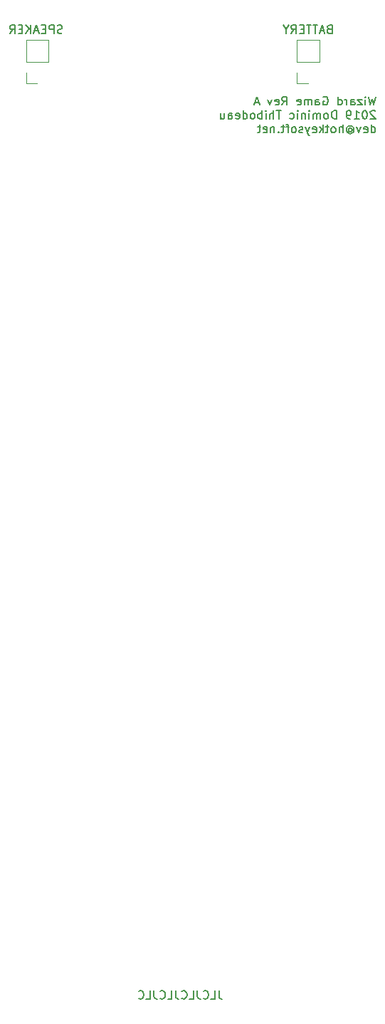
<source format=gbr>
G04 #@! TF.GenerationSoftware,KiCad,Pcbnew,(5.1.4)-1*
G04 #@! TF.CreationDate,2019-10-23T11:26:40-04:00*
G04 #@! TF.ProjectId,MerlinGame,4d65726c-696e-4476-916d-652e6b696361,A*
G04 #@! TF.SameCoordinates,Original*
G04 #@! TF.FileFunction,Legend,Bot*
G04 #@! TF.FilePolarity,Positive*
%FSLAX46Y46*%
G04 Gerber Fmt 4.6, Leading zero omitted, Abs format (unit mm)*
G04 Created by KiCad (PCBNEW (5.1.4)-1) date 2019-10-23 11:26:40*
%MOMM*%
%LPD*%
G04 APERTURE LIST*
%ADD10C,0.150000*%
%ADD11C,0.120000*%
G04 APERTURE END LIST*
D10*
X84619047Y-162520380D02*
X84619047Y-163234666D01*
X84666666Y-163377523D01*
X84761904Y-163472761D01*
X84904761Y-163520380D01*
X85000000Y-163520380D01*
X83666666Y-163520380D02*
X84142857Y-163520380D01*
X84142857Y-162520380D01*
X82761904Y-163425142D02*
X82809523Y-163472761D01*
X82952380Y-163520380D01*
X83047619Y-163520380D01*
X83190476Y-163472761D01*
X83285714Y-163377523D01*
X83333333Y-163282285D01*
X83380952Y-163091809D01*
X83380952Y-162948952D01*
X83333333Y-162758476D01*
X83285714Y-162663238D01*
X83190476Y-162568000D01*
X83047619Y-162520380D01*
X82952380Y-162520380D01*
X82809523Y-162568000D01*
X82761904Y-162615619D01*
X82047619Y-162520380D02*
X82047619Y-163234666D01*
X82095238Y-163377523D01*
X82190476Y-163472761D01*
X82333333Y-163520380D01*
X82428571Y-163520380D01*
X81095238Y-163520380D02*
X81571428Y-163520380D01*
X81571428Y-162520380D01*
X80190476Y-163425142D02*
X80238095Y-163472761D01*
X80380952Y-163520380D01*
X80476190Y-163520380D01*
X80619047Y-163472761D01*
X80714285Y-163377523D01*
X80761904Y-163282285D01*
X80809523Y-163091809D01*
X80809523Y-162948952D01*
X80761904Y-162758476D01*
X80714285Y-162663238D01*
X80619047Y-162568000D01*
X80476190Y-162520380D01*
X80380952Y-162520380D01*
X80238095Y-162568000D01*
X80190476Y-162615619D01*
X79476190Y-162520380D02*
X79476190Y-163234666D01*
X79523809Y-163377523D01*
X79619047Y-163472761D01*
X79761904Y-163520380D01*
X79857142Y-163520380D01*
X78523809Y-163520380D02*
X79000000Y-163520380D01*
X79000000Y-162520380D01*
X77619047Y-163425142D02*
X77666666Y-163472761D01*
X77809523Y-163520380D01*
X77904761Y-163520380D01*
X78047619Y-163472761D01*
X78142857Y-163377523D01*
X78190476Y-163282285D01*
X78238095Y-163091809D01*
X78238095Y-162948952D01*
X78190476Y-162758476D01*
X78142857Y-162663238D01*
X78047619Y-162568000D01*
X77904761Y-162520380D01*
X77809523Y-162520380D01*
X77666666Y-162568000D01*
X77619047Y-162615619D01*
X76904761Y-162520380D02*
X76904761Y-163234666D01*
X76952380Y-163377523D01*
X77047619Y-163472761D01*
X77190476Y-163520380D01*
X77285714Y-163520380D01*
X75952380Y-163520380D02*
X76428571Y-163520380D01*
X76428571Y-162520380D01*
X75047619Y-163425142D02*
X75095238Y-163472761D01*
X75238095Y-163520380D01*
X75333333Y-163520380D01*
X75476190Y-163472761D01*
X75571428Y-163377523D01*
X75619047Y-163282285D01*
X75666666Y-163091809D01*
X75666666Y-162948952D01*
X75619047Y-162758476D01*
X75571428Y-162663238D01*
X75476190Y-162568000D01*
X75333333Y-162520380D01*
X75238095Y-162520380D01*
X75095238Y-162568000D01*
X75047619Y-162615619D01*
X103264642Y-56222380D02*
X103026547Y-57222380D01*
X102836071Y-56508095D01*
X102645595Y-57222380D01*
X102407500Y-56222380D01*
X102026547Y-57222380D02*
X102026547Y-56555714D01*
X102026547Y-56222380D02*
X102074166Y-56270000D01*
X102026547Y-56317619D01*
X101978928Y-56270000D01*
X102026547Y-56222380D01*
X102026547Y-56317619D01*
X101645595Y-56555714D02*
X101121785Y-56555714D01*
X101645595Y-57222380D01*
X101121785Y-57222380D01*
X100312261Y-57222380D02*
X100312261Y-56698571D01*
X100359880Y-56603333D01*
X100455119Y-56555714D01*
X100645595Y-56555714D01*
X100740833Y-56603333D01*
X100312261Y-57174761D02*
X100407500Y-57222380D01*
X100645595Y-57222380D01*
X100740833Y-57174761D01*
X100788452Y-57079523D01*
X100788452Y-56984285D01*
X100740833Y-56889047D01*
X100645595Y-56841428D01*
X100407500Y-56841428D01*
X100312261Y-56793809D01*
X99836071Y-57222380D02*
X99836071Y-56555714D01*
X99836071Y-56746190D02*
X99788452Y-56650952D01*
X99740833Y-56603333D01*
X99645595Y-56555714D01*
X99550357Y-56555714D01*
X98788452Y-57222380D02*
X98788452Y-56222380D01*
X98788452Y-57174761D02*
X98883690Y-57222380D01*
X99074166Y-57222380D01*
X99169404Y-57174761D01*
X99217023Y-57127142D01*
X99264642Y-57031904D01*
X99264642Y-56746190D01*
X99217023Y-56650952D01*
X99169404Y-56603333D01*
X99074166Y-56555714D01*
X98883690Y-56555714D01*
X98788452Y-56603333D01*
X97026547Y-56270000D02*
X97121785Y-56222380D01*
X97264642Y-56222380D01*
X97407500Y-56270000D01*
X97502738Y-56365238D01*
X97550357Y-56460476D01*
X97597976Y-56650952D01*
X97597976Y-56793809D01*
X97550357Y-56984285D01*
X97502738Y-57079523D01*
X97407500Y-57174761D01*
X97264642Y-57222380D01*
X97169404Y-57222380D01*
X97026547Y-57174761D01*
X96978928Y-57127142D01*
X96978928Y-56793809D01*
X97169404Y-56793809D01*
X96121785Y-57222380D02*
X96121785Y-56698571D01*
X96169404Y-56603333D01*
X96264642Y-56555714D01*
X96455119Y-56555714D01*
X96550357Y-56603333D01*
X96121785Y-57174761D02*
X96217023Y-57222380D01*
X96455119Y-57222380D01*
X96550357Y-57174761D01*
X96597976Y-57079523D01*
X96597976Y-56984285D01*
X96550357Y-56889047D01*
X96455119Y-56841428D01*
X96217023Y-56841428D01*
X96121785Y-56793809D01*
X95645595Y-57222380D02*
X95645595Y-56555714D01*
X95645595Y-56650952D02*
X95597976Y-56603333D01*
X95502738Y-56555714D01*
X95359880Y-56555714D01*
X95264642Y-56603333D01*
X95217023Y-56698571D01*
X95217023Y-57222380D01*
X95217023Y-56698571D02*
X95169404Y-56603333D01*
X95074166Y-56555714D01*
X94931309Y-56555714D01*
X94836071Y-56603333D01*
X94788452Y-56698571D01*
X94788452Y-57222380D01*
X93931309Y-57174761D02*
X94026547Y-57222380D01*
X94217023Y-57222380D01*
X94312261Y-57174761D01*
X94359880Y-57079523D01*
X94359880Y-56698571D01*
X94312261Y-56603333D01*
X94217023Y-56555714D01*
X94026547Y-56555714D01*
X93931309Y-56603333D01*
X93883690Y-56698571D01*
X93883690Y-56793809D01*
X94359880Y-56889047D01*
X92121785Y-57222380D02*
X92455119Y-56746190D01*
X92693214Y-57222380D02*
X92693214Y-56222380D01*
X92312261Y-56222380D01*
X92217023Y-56270000D01*
X92169404Y-56317619D01*
X92121785Y-56412857D01*
X92121785Y-56555714D01*
X92169404Y-56650952D01*
X92217023Y-56698571D01*
X92312261Y-56746190D01*
X92693214Y-56746190D01*
X91312261Y-57174761D02*
X91407500Y-57222380D01*
X91597976Y-57222380D01*
X91693214Y-57174761D01*
X91740833Y-57079523D01*
X91740833Y-56698571D01*
X91693214Y-56603333D01*
X91597976Y-56555714D01*
X91407500Y-56555714D01*
X91312261Y-56603333D01*
X91264642Y-56698571D01*
X91264642Y-56793809D01*
X91740833Y-56889047D01*
X90931309Y-56555714D02*
X90693214Y-57222380D01*
X90455119Y-56555714D01*
X89359880Y-56936666D02*
X88883690Y-56936666D01*
X89455119Y-57222380D02*
X89121785Y-56222380D01*
X88788452Y-57222380D01*
X103217023Y-57967619D02*
X103169404Y-57920000D01*
X103074166Y-57872380D01*
X102836071Y-57872380D01*
X102740833Y-57920000D01*
X102693214Y-57967619D01*
X102645595Y-58062857D01*
X102645595Y-58158095D01*
X102693214Y-58300952D01*
X103264642Y-58872380D01*
X102645595Y-58872380D01*
X102026547Y-57872380D02*
X101931309Y-57872380D01*
X101836071Y-57920000D01*
X101788452Y-57967619D01*
X101740833Y-58062857D01*
X101693214Y-58253333D01*
X101693214Y-58491428D01*
X101740833Y-58681904D01*
X101788452Y-58777142D01*
X101836071Y-58824761D01*
X101931309Y-58872380D01*
X102026547Y-58872380D01*
X102121785Y-58824761D01*
X102169404Y-58777142D01*
X102217023Y-58681904D01*
X102264642Y-58491428D01*
X102264642Y-58253333D01*
X102217023Y-58062857D01*
X102169404Y-57967619D01*
X102121785Y-57920000D01*
X102026547Y-57872380D01*
X100740833Y-58872380D02*
X101312261Y-58872380D01*
X101026547Y-58872380D02*
X101026547Y-57872380D01*
X101121785Y-58015238D01*
X101217023Y-58110476D01*
X101312261Y-58158095D01*
X100264642Y-58872380D02*
X100074166Y-58872380D01*
X99978928Y-58824761D01*
X99931309Y-58777142D01*
X99836071Y-58634285D01*
X99788452Y-58443809D01*
X99788452Y-58062857D01*
X99836071Y-57967619D01*
X99883690Y-57920000D01*
X99978928Y-57872380D01*
X100169404Y-57872380D01*
X100264642Y-57920000D01*
X100312261Y-57967619D01*
X100359880Y-58062857D01*
X100359880Y-58300952D01*
X100312261Y-58396190D01*
X100264642Y-58443809D01*
X100169404Y-58491428D01*
X99978928Y-58491428D01*
X99883690Y-58443809D01*
X99836071Y-58396190D01*
X99788452Y-58300952D01*
X98597976Y-58872380D02*
X98597976Y-57872380D01*
X98359880Y-57872380D01*
X98217023Y-57920000D01*
X98121785Y-58015238D01*
X98074166Y-58110476D01*
X98026547Y-58300952D01*
X98026547Y-58443809D01*
X98074166Y-58634285D01*
X98121785Y-58729523D01*
X98217023Y-58824761D01*
X98359880Y-58872380D01*
X98597976Y-58872380D01*
X97455119Y-58872380D02*
X97550357Y-58824761D01*
X97597976Y-58777142D01*
X97645595Y-58681904D01*
X97645595Y-58396190D01*
X97597976Y-58300952D01*
X97550357Y-58253333D01*
X97455119Y-58205714D01*
X97312261Y-58205714D01*
X97217023Y-58253333D01*
X97169404Y-58300952D01*
X97121785Y-58396190D01*
X97121785Y-58681904D01*
X97169404Y-58777142D01*
X97217023Y-58824761D01*
X97312261Y-58872380D01*
X97455119Y-58872380D01*
X96693214Y-58872380D02*
X96693214Y-58205714D01*
X96693214Y-58300952D02*
X96645595Y-58253333D01*
X96550357Y-58205714D01*
X96407500Y-58205714D01*
X96312261Y-58253333D01*
X96264642Y-58348571D01*
X96264642Y-58872380D01*
X96264642Y-58348571D02*
X96217023Y-58253333D01*
X96121785Y-58205714D01*
X95978928Y-58205714D01*
X95883690Y-58253333D01*
X95836071Y-58348571D01*
X95836071Y-58872380D01*
X95359880Y-58872380D02*
X95359880Y-58205714D01*
X95359880Y-57872380D02*
X95407500Y-57920000D01*
X95359880Y-57967619D01*
X95312261Y-57920000D01*
X95359880Y-57872380D01*
X95359880Y-57967619D01*
X94883690Y-58205714D02*
X94883690Y-58872380D01*
X94883690Y-58300952D02*
X94836071Y-58253333D01*
X94740833Y-58205714D01*
X94597976Y-58205714D01*
X94502738Y-58253333D01*
X94455119Y-58348571D01*
X94455119Y-58872380D01*
X93978928Y-58872380D02*
X93978928Y-58205714D01*
X93978928Y-57872380D02*
X94026547Y-57920000D01*
X93978928Y-57967619D01*
X93931309Y-57920000D01*
X93978928Y-57872380D01*
X93978928Y-57967619D01*
X93074166Y-58824761D02*
X93169404Y-58872380D01*
X93359880Y-58872380D01*
X93455119Y-58824761D01*
X93502738Y-58777142D01*
X93550357Y-58681904D01*
X93550357Y-58396190D01*
X93502738Y-58300952D01*
X93455119Y-58253333D01*
X93359880Y-58205714D01*
X93169404Y-58205714D01*
X93074166Y-58253333D01*
X92026547Y-57872380D02*
X91455119Y-57872380D01*
X91740833Y-58872380D02*
X91740833Y-57872380D01*
X91121785Y-58872380D02*
X91121785Y-57872380D01*
X90693214Y-58872380D02*
X90693214Y-58348571D01*
X90740833Y-58253333D01*
X90836071Y-58205714D01*
X90978928Y-58205714D01*
X91074166Y-58253333D01*
X91121785Y-58300952D01*
X90217023Y-58872380D02*
X90217023Y-58205714D01*
X90217023Y-57872380D02*
X90264642Y-57920000D01*
X90217023Y-57967619D01*
X90169404Y-57920000D01*
X90217023Y-57872380D01*
X90217023Y-57967619D01*
X89740833Y-58872380D02*
X89740833Y-57872380D01*
X89740833Y-58253333D02*
X89645595Y-58205714D01*
X89455119Y-58205714D01*
X89359880Y-58253333D01*
X89312261Y-58300952D01*
X89264642Y-58396190D01*
X89264642Y-58681904D01*
X89312261Y-58777142D01*
X89359880Y-58824761D01*
X89455119Y-58872380D01*
X89645595Y-58872380D01*
X89740833Y-58824761D01*
X88693214Y-58872380D02*
X88788452Y-58824761D01*
X88836071Y-58777142D01*
X88883690Y-58681904D01*
X88883690Y-58396190D01*
X88836071Y-58300952D01*
X88788452Y-58253333D01*
X88693214Y-58205714D01*
X88550357Y-58205714D01*
X88455119Y-58253333D01*
X88407500Y-58300952D01*
X88359880Y-58396190D01*
X88359880Y-58681904D01*
X88407500Y-58777142D01*
X88455119Y-58824761D01*
X88550357Y-58872380D01*
X88693214Y-58872380D01*
X87502738Y-58872380D02*
X87502738Y-57872380D01*
X87502738Y-58824761D02*
X87597976Y-58872380D01*
X87788452Y-58872380D01*
X87883690Y-58824761D01*
X87931309Y-58777142D01*
X87978928Y-58681904D01*
X87978928Y-58396190D01*
X87931309Y-58300952D01*
X87883690Y-58253333D01*
X87788452Y-58205714D01*
X87597976Y-58205714D01*
X87502738Y-58253333D01*
X86645595Y-58824761D02*
X86740833Y-58872380D01*
X86931309Y-58872380D01*
X87026547Y-58824761D01*
X87074166Y-58729523D01*
X87074166Y-58348571D01*
X87026547Y-58253333D01*
X86931309Y-58205714D01*
X86740833Y-58205714D01*
X86645595Y-58253333D01*
X86597976Y-58348571D01*
X86597976Y-58443809D01*
X87074166Y-58539047D01*
X85740833Y-58872380D02*
X85740833Y-58348571D01*
X85788452Y-58253333D01*
X85883690Y-58205714D01*
X86074166Y-58205714D01*
X86169404Y-58253333D01*
X85740833Y-58824761D02*
X85836071Y-58872380D01*
X86074166Y-58872380D01*
X86169404Y-58824761D01*
X86217023Y-58729523D01*
X86217023Y-58634285D01*
X86169404Y-58539047D01*
X86074166Y-58491428D01*
X85836071Y-58491428D01*
X85740833Y-58443809D01*
X84836071Y-58205714D02*
X84836071Y-58872380D01*
X85264642Y-58205714D02*
X85264642Y-58729523D01*
X85217023Y-58824761D01*
X85121785Y-58872380D01*
X84978928Y-58872380D01*
X84883690Y-58824761D01*
X84836071Y-58777142D01*
X102740833Y-60522380D02*
X102740833Y-59522380D01*
X102740833Y-60474761D02*
X102836071Y-60522380D01*
X103026547Y-60522380D01*
X103121785Y-60474761D01*
X103169404Y-60427142D01*
X103217023Y-60331904D01*
X103217023Y-60046190D01*
X103169404Y-59950952D01*
X103121785Y-59903333D01*
X103026547Y-59855714D01*
X102836071Y-59855714D01*
X102740833Y-59903333D01*
X101883690Y-60474761D02*
X101978928Y-60522380D01*
X102169404Y-60522380D01*
X102264642Y-60474761D01*
X102312261Y-60379523D01*
X102312261Y-59998571D01*
X102264642Y-59903333D01*
X102169404Y-59855714D01*
X101978928Y-59855714D01*
X101883690Y-59903333D01*
X101836071Y-59998571D01*
X101836071Y-60093809D01*
X102312261Y-60189047D01*
X101502738Y-59855714D02*
X101264642Y-60522380D01*
X101026547Y-59855714D01*
X100026547Y-60046190D02*
X100074166Y-59998571D01*
X100169404Y-59950952D01*
X100264642Y-59950952D01*
X100359880Y-59998571D01*
X100407500Y-60046190D01*
X100455119Y-60141428D01*
X100455119Y-60236666D01*
X100407500Y-60331904D01*
X100359880Y-60379523D01*
X100264642Y-60427142D01*
X100169404Y-60427142D01*
X100074166Y-60379523D01*
X100026547Y-60331904D01*
X100026547Y-59950952D02*
X100026547Y-60331904D01*
X99978928Y-60379523D01*
X99931309Y-60379523D01*
X99836071Y-60331904D01*
X99788452Y-60236666D01*
X99788452Y-59998571D01*
X99883690Y-59855714D01*
X100026547Y-59760476D01*
X100217023Y-59712857D01*
X100407500Y-59760476D01*
X100550357Y-59855714D01*
X100645595Y-59998571D01*
X100693214Y-60189047D01*
X100645595Y-60379523D01*
X100550357Y-60522380D01*
X100407500Y-60617619D01*
X100217023Y-60665238D01*
X100026547Y-60617619D01*
X99883690Y-60522380D01*
X99359880Y-60522380D02*
X99359880Y-59522380D01*
X98931309Y-60522380D02*
X98931309Y-59998571D01*
X98978928Y-59903333D01*
X99074166Y-59855714D01*
X99217023Y-59855714D01*
X99312261Y-59903333D01*
X99359880Y-59950952D01*
X98312261Y-60522380D02*
X98407500Y-60474761D01*
X98455119Y-60427142D01*
X98502738Y-60331904D01*
X98502738Y-60046190D01*
X98455119Y-59950952D01*
X98407500Y-59903333D01*
X98312261Y-59855714D01*
X98169404Y-59855714D01*
X98074166Y-59903333D01*
X98026547Y-59950952D01*
X97978928Y-60046190D01*
X97978928Y-60331904D01*
X98026547Y-60427142D01*
X98074166Y-60474761D01*
X98169404Y-60522380D01*
X98312261Y-60522380D01*
X97693214Y-59855714D02*
X97312261Y-59855714D01*
X97550357Y-59522380D02*
X97550357Y-60379523D01*
X97502738Y-60474761D01*
X97407500Y-60522380D01*
X97312261Y-60522380D01*
X96978928Y-60522380D02*
X96978928Y-59522380D01*
X96883690Y-60141428D02*
X96597976Y-60522380D01*
X96597976Y-59855714D02*
X96978928Y-60236666D01*
X95788452Y-60474761D02*
X95883690Y-60522380D01*
X96074166Y-60522380D01*
X96169404Y-60474761D01*
X96217023Y-60379523D01*
X96217023Y-59998571D01*
X96169404Y-59903333D01*
X96074166Y-59855714D01*
X95883690Y-59855714D01*
X95788452Y-59903333D01*
X95740833Y-59998571D01*
X95740833Y-60093809D01*
X96217023Y-60189047D01*
X95407500Y-59855714D02*
X95169404Y-60522380D01*
X94931309Y-59855714D02*
X95169404Y-60522380D01*
X95264642Y-60760476D01*
X95312261Y-60808095D01*
X95407500Y-60855714D01*
X94597976Y-60474761D02*
X94502738Y-60522380D01*
X94312261Y-60522380D01*
X94217023Y-60474761D01*
X94169404Y-60379523D01*
X94169404Y-60331904D01*
X94217023Y-60236666D01*
X94312261Y-60189047D01*
X94455119Y-60189047D01*
X94550357Y-60141428D01*
X94597976Y-60046190D01*
X94597976Y-59998571D01*
X94550357Y-59903333D01*
X94455119Y-59855714D01*
X94312261Y-59855714D01*
X94217023Y-59903333D01*
X93597976Y-60522380D02*
X93693214Y-60474761D01*
X93740833Y-60427142D01*
X93788452Y-60331904D01*
X93788452Y-60046190D01*
X93740833Y-59950952D01*
X93693214Y-59903333D01*
X93597976Y-59855714D01*
X93455119Y-59855714D01*
X93359880Y-59903333D01*
X93312261Y-59950952D01*
X93264642Y-60046190D01*
X93264642Y-60331904D01*
X93312261Y-60427142D01*
X93359880Y-60474761D01*
X93455119Y-60522380D01*
X93597976Y-60522380D01*
X92978928Y-59855714D02*
X92597976Y-59855714D01*
X92836071Y-60522380D02*
X92836071Y-59665238D01*
X92788452Y-59570000D01*
X92693214Y-59522380D01*
X92597976Y-59522380D01*
X92407500Y-59855714D02*
X92026547Y-59855714D01*
X92264642Y-59522380D02*
X92264642Y-60379523D01*
X92217023Y-60474761D01*
X92121785Y-60522380D01*
X92026547Y-60522380D01*
X91693214Y-60427142D02*
X91645595Y-60474761D01*
X91693214Y-60522380D01*
X91740833Y-60474761D01*
X91693214Y-60427142D01*
X91693214Y-60522380D01*
X91217023Y-59855714D02*
X91217023Y-60522380D01*
X91217023Y-59950952D02*
X91169404Y-59903333D01*
X91074166Y-59855714D01*
X90931309Y-59855714D01*
X90836071Y-59903333D01*
X90788452Y-59998571D01*
X90788452Y-60522380D01*
X89931309Y-60474761D02*
X90026547Y-60522380D01*
X90217023Y-60522380D01*
X90312261Y-60474761D01*
X90359880Y-60379523D01*
X90359880Y-59998571D01*
X90312261Y-59903333D01*
X90217023Y-59855714D01*
X90026547Y-59855714D01*
X89931309Y-59903333D01*
X89883690Y-59998571D01*
X89883690Y-60093809D01*
X90359880Y-60189047D01*
X89597976Y-59855714D02*
X89217023Y-59855714D01*
X89455119Y-59522380D02*
X89455119Y-60379523D01*
X89407500Y-60474761D01*
X89312261Y-60522380D01*
X89217023Y-60522380D01*
D11*
X61670000Y-54670000D02*
X63000000Y-54670000D01*
X61670000Y-53340000D02*
X61670000Y-54670000D01*
X61670000Y-52070000D02*
X64330000Y-52070000D01*
X64330000Y-52070000D02*
X64330000Y-49470000D01*
X61670000Y-52070000D02*
X61670000Y-49470000D01*
X61670000Y-49470000D02*
X64330000Y-49470000D01*
X93920000Y-54670000D02*
X95250000Y-54670000D01*
X93920000Y-53340000D02*
X93920000Y-54670000D01*
X93920000Y-52070000D02*
X96580000Y-52070000D01*
X96580000Y-52070000D02*
X96580000Y-49470000D01*
X93920000Y-52070000D02*
X93920000Y-49470000D01*
X93920000Y-49470000D02*
X96580000Y-49470000D01*
D10*
X65984047Y-48664761D02*
X65841190Y-48712380D01*
X65603095Y-48712380D01*
X65507857Y-48664761D01*
X65460238Y-48617142D01*
X65412619Y-48521904D01*
X65412619Y-48426666D01*
X65460238Y-48331428D01*
X65507857Y-48283809D01*
X65603095Y-48236190D01*
X65793571Y-48188571D01*
X65888809Y-48140952D01*
X65936428Y-48093333D01*
X65984047Y-47998095D01*
X65984047Y-47902857D01*
X65936428Y-47807619D01*
X65888809Y-47760000D01*
X65793571Y-47712380D01*
X65555476Y-47712380D01*
X65412619Y-47760000D01*
X64984047Y-48712380D02*
X64984047Y-47712380D01*
X64603095Y-47712380D01*
X64507857Y-47760000D01*
X64460238Y-47807619D01*
X64412619Y-47902857D01*
X64412619Y-48045714D01*
X64460238Y-48140952D01*
X64507857Y-48188571D01*
X64603095Y-48236190D01*
X64984047Y-48236190D01*
X63984047Y-48188571D02*
X63650714Y-48188571D01*
X63507857Y-48712380D02*
X63984047Y-48712380D01*
X63984047Y-47712380D01*
X63507857Y-47712380D01*
X63126904Y-48426666D02*
X62650714Y-48426666D01*
X63222142Y-48712380D02*
X62888809Y-47712380D01*
X62555476Y-48712380D01*
X62222142Y-48712380D02*
X62222142Y-47712380D01*
X61650714Y-48712380D02*
X62079285Y-48140952D01*
X61650714Y-47712380D02*
X62222142Y-48283809D01*
X61222142Y-48188571D02*
X60888809Y-48188571D01*
X60745952Y-48712380D02*
X61222142Y-48712380D01*
X61222142Y-47712380D01*
X60745952Y-47712380D01*
X59745952Y-48712380D02*
X60079285Y-48236190D01*
X60317380Y-48712380D02*
X60317380Y-47712380D01*
X59936428Y-47712380D01*
X59841190Y-47760000D01*
X59793571Y-47807619D01*
X59745952Y-47902857D01*
X59745952Y-48045714D01*
X59793571Y-48140952D01*
X59841190Y-48188571D01*
X59936428Y-48236190D01*
X60317380Y-48236190D01*
X97750000Y-48188571D02*
X97607142Y-48236190D01*
X97559523Y-48283809D01*
X97511904Y-48379047D01*
X97511904Y-48521904D01*
X97559523Y-48617142D01*
X97607142Y-48664761D01*
X97702380Y-48712380D01*
X98083333Y-48712380D01*
X98083333Y-47712380D01*
X97750000Y-47712380D01*
X97654761Y-47760000D01*
X97607142Y-47807619D01*
X97559523Y-47902857D01*
X97559523Y-47998095D01*
X97607142Y-48093333D01*
X97654761Y-48140952D01*
X97750000Y-48188571D01*
X98083333Y-48188571D01*
X97130952Y-48426666D02*
X96654761Y-48426666D01*
X97226190Y-48712380D02*
X96892857Y-47712380D01*
X96559523Y-48712380D01*
X96369047Y-47712380D02*
X95797619Y-47712380D01*
X96083333Y-48712380D02*
X96083333Y-47712380D01*
X95607142Y-47712380D02*
X95035714Y-47712380D01*
X95321428Y-48712380D02*
X95321428Y-47712380D01*
X94702380Y-48188571D02*
X94369047Y-48188571D01*
X94226190Y-48712380D02*
X94702380Y-48712380D01*
X94702380Y-47712380D01*
X94226190Y-47712380D01*
X93226190Y-48712380D02*
X93559523Y-48236190D01*
X93797619Y-48712380D02*
X93797619Y-47712380D01*
X93416666Y-47712380D01*
X93321428Y-47760000D01*
X93273809Y-47807619D01*
X93226190Y-47902857D01*
X93226190Y-48045714D01*
X93273809Y-48140952D01*
X93321428Y-48188571D01*
X93416666Y-48236190D01*
X93797619Y-48236190D01*
X92607142Y-48236190D02*
X92607142Y-48712380D01*
X92940476Y-47712380D02*
X92607142Y-48236190D01*
X92273809Y-47712380D01*
M02*

</source>
